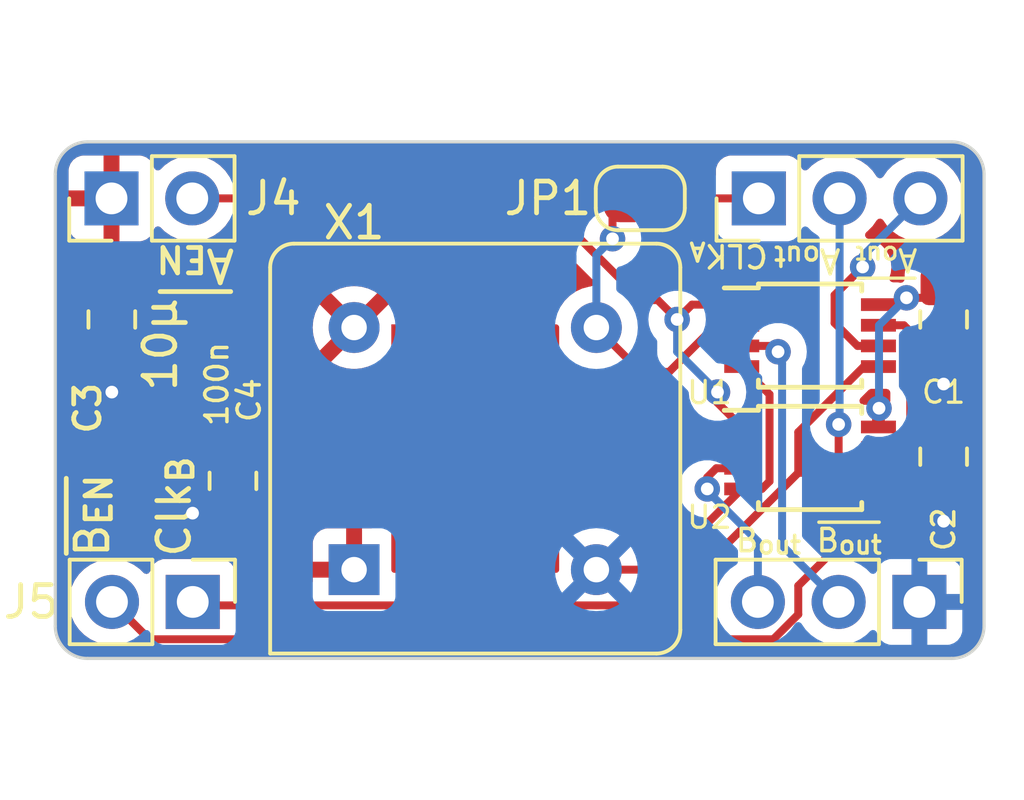
<source format=kicad_pcb>
(kicad_pcb (version 20221018) (generator pcbnew)
  (layers (0 "F.Cu" signal) (31 "B.Cu" signal) (34 "B.Paste" user) (35 "F.Paste" user) (36 "B.SilkS" user "B.Silkscreen") (37 "F.SilkS" user "F.Silkscreen") (38 "B.Mask" user) (39 "F.Mask" user) (44 "Edge.Cuts" user))
  (net 0 "")
  (net 1 "VCC")
  (net 2 "GND")
  (net 3 "/Clk_{A}")
  (net 4 "/A_{out}")
  (net 5 "/~{A_{out}}")
  (net 6 "/Clk_{B}")
  (net 7 "/B_{out}")
  (net 8 "/~{B_{out}}")
  (net 9 "Net-(JP1-B)")
  (net 10 "/Clk_{A}_Enable")
  (net 11 "/Clk_{B}_enable")
  (footprint "Package_SO:TSSOP-8_3x3mm_P0.65mm" (layer "F.Cu") (at 68.952 52.578)
    (fp_text reference "U1" (at -3.166 1.793) (layer "F.SilkS") (effects (font (size 0.7 0.7) (thickness 0.1))))
    (fp_text value "74LVC2G240")
    (fp_line (start -1.625 -1.625) (end -1.625 -1.5) (stroke (width 0.15)) (layer "F.SilkS"))
    (fp_line (start -1.625 -1.625) (end 1.625 -1.625) (stroke (width 0.15)) (layer "F.SilkS"))
    (fp_line (start -1.625 -1.5) (end -2.7 -1.5) (stroke (width 0.15)) (layer "F.SilkS"))
    (fp_line (start -1.625 1.625) (end -1.625 1.4) (stroke (width 0.15)) (layer "F.SilkS"))
    (fp_line (start -1.625 1.625) (end 1.625 1.625) (stroke (width 0.15)) (layer "F.SilkS"))
    (fp_line (start 1.625 -1.625) (end 1.625 -1.4) (stroke (width 0.15)) (layer "F.SilkS"))
    (fp_line (start 1.625 1.625) (end 1.625 1.4) (stroke (width 0.15)) (layer "F.SilkS"))
    (pad "1" smd rect (at -2.15 -0.975) (size 1.1 0.4) (layers "F.Cu" "F.Paste" "F.Mask") (net 10 "/Clk_{A}_Enable"))
    (pad "2" smd rect (at -2.15 -0.325) (size 1.1 0.4) (layers "F.Cu" "F.Paste" "F.Mask") (net 9 "Net-(JP1-B)"))
    (pad "3" smd rect (at -2.15 0.325) (size 1.1 0.4) (layers "F.Cu" "F.Paste" "F.Mask") (net 8 "/~{B_{out}}"))
    (pad "4" smd rect (at -2.15 0.975) (size 1.1 0.4) (layers "F.Cu" "F.Paste" "F.Mask") (net 2 "GND"))
    (pad "5" smd rect (at 2.15 0.975) (size 1.1 0.4) (layers "F.Cu" "F.Paste" "F.Mask") (net 6 "/Clk_{B}"))
    (pad "6" smd rect (at 2.15 0.325) (size 1.1 0.4) (layers "F.Cu" "F.Paste" "F.Mask") (net 5 "/~{A_{out}}"))
    (pad "7" smd rect (at 2.15 -0.325) (size 1.1 0.4) (layers "F.Cu" "F.Paste" "F.Mask") (net 11 "/Clk_{B}_enable"))
    (pad "8" smd rect (at 2.15 -0.975) (size 1.1 0.4) (layers "F.Cu" "F.Paste" "F.Mask") (net 1 "VCC"))
  )
  (footprint "Capacitor_SMD:C_0805_2012Metric_Pad1.18x1.45mm_HandSolder" (layer "F.Cu") (at 50.8 57.15 -90)
    (fp_text reference "C4" (at -2.54 -0.508 90) (layer "F.SilkS") (effects (font (size 0.7 0.7) (thickness 0.11))))
    (fp_text value "100n" (at -3.048 0.508 -90) (layer "F.SilkS") (effects (font (size 0.7 0.7) (thickness 0.11))))
    (fp_line (start -0.261252 -0.735) (end 0.261252 -0.735) (stroke (width 0.12)) (layer "F.SilkS"))
    (fp_line (start -0.261252 0.735) (end 0.261252 0.735) (stroke (width 0.12)) (layer "F.SilkS"))
    (pad "1" smd roundrect (at -1.0375 0 270) (size 1.175 1.45) (layers "F.Cu" "F.Paste" "F.Mask") (roundrect_rratio 0.212766) (net 1 "VCC"))
    (pad "2" smd roundrect (at 1.0375 0 270) (size 1.175 1.45) (layers "F.Cu" "F.Paste" "F.Mask") (roundrect_rratio 0.212766) (net 2 "GND"))
  )
  (footprint "Connector_PinHeader_2.54mm:PinHeader_1x03_P2.54mm_Vertical" (layer "F.Cu") (at 67.34 48.26 90)
    (fp_text reference "J3" hide)
    (fp_text value "Conn_01x03_Pin")
    (fp_line (start -1.33 -1.33) (end 0 -1.33) (stroke (width 0.12)) (layer "F.SilkS"))
    (fp_line (start -1.33 0) (end -1.33 -1.33) (stroke (width 0.12)) (layer "F.SilkS"))
    (fp_line (start -1.33 1.27) (end -1.33 6.41) (stroke (width 0.12)) (layer "F.SilkS"))
    (fp_line (start -1.33 1.27) (end 1.33 1.27) (stroke (width 0.12)) (layer "F.SilkS"))
    (fp_line (start -1.33 6.41) (end 1.33 6.41) (stroke (width 0.12)) (layer "F.SilkS"))
    (fp_line (start 1.33 1.27) (end 1.33 6.41) (stroke (width 0.12)) (layer "F.SilkS"))
    (pad "1" thru_hole rect (at 0 0 90) (size 1.7 1.7) (drill 1) (layers "*.Cu" "*.Mask") (net 3 "/Clk_{A}"))
    (pad "2" thru_hole oval (at 0 2.54 90) (size 1.7 1.7) (drill 1) (layers "*.Cu" "*.Mask") (net 4 "/A_{out}"))
    (pad "3" thru_hole oval (at 0 5.08 90) (size 1.7 1.7) (drill 1) (layers "*.Cu" "*.Mask") (net 5 "/~{A_{out}}"))
  )
  (footprint "Capacitor_SMD:C_0805_2012Metric_Pad1.18x1.45mm_HandSolder" (layer "F.Cu") (at 73.152 52.07 -90)
    (fp_text reference "C1" (at 2.286 0 180) (layer "F.SilkS") (effects (font (size 0.7 0.7) (thickness 0.1))))
    (fp_text value "100n")
    (fp_line (start -0.261252 -0.735) (end 0.261252 -0.735) (stroke (width 0.12)) (layer "F.SilkS"))
    (fp_line (start -0.261252 0.735) (end 0.261252 0.735) (stroke (width 0.12)) (layer "F.SilkS"))
    (pad "1" smd roundrect (at -1.0375 0 270) (size 1.175 1.45) (layers "F.Cu" "F.Paste" "F.Mask") (roundrect_rratio 0.212766) (net 1 "VCC"))
    (pad "2" smd roundrect (at 1.0375 0 270) (size 1.175 1.45) (layers "F.Cu" "F.Paste" "F.Mask") (roundrect_rratio 0.212766) (net 2 "GND"))
  )
  (footprint "Jumper:SolderJumper-2_P1.3mm_Open_RoundedPad1.0x1.5mm" (layer "F.Cu") (at 63.612 48.26 180)
    (fp_text reference "JP1" (at 2.906 0) (layer "F.SilkS"))
    (fp_text value "Jumper_2_Open")
    (fp_line (start -1.4 0.3) (end -1.4 -0.3) (stroke (width 0.12)) (layer "F.SilkS"))
    (fp_line (start -0.7 -1) (end 0.7 -1) (stroke (width 0.12)) (layer "F.SilkS"))
    (fp_line (start 0.7 1) (end -0.7 1) (stroke (width 0.12)) (layer "F.SilkS"))
    (fp_line (start 1.4 -0.3) (end 1.4 0.3) (stroke (width 0.12)) (layer "F.SilkS"))
    (fp_arc (start -1.4 -0.3) (mid -1.194975 -0.794975) (end -0.7 -1) (stroke (width 0.12)) (layer "F.SilkS"))
    (fp_arc (start -0.7 1) (mid -1.194975 0.794975) (end -1.4 0.3) (stroke (width 0.12)) (layer "F.SilkS"))
    (fp_arc (start 0.7 -1) (mid 1.194975 -0.794975) (end 1.4 -0.3) (stroke (width 0.12)) (layer "F.SilkS"))
    (fp_arc (start 1.4 0.3) (mid 1.194975 0.794975) (end 0.7 1) (stroke (width 0.12)) (layer "F.SilkS"))
    (pad "1" smd custom (at -0.65 0 180) (size 1 0.5) (layers "F.Cu" "F.Mask") (net 3 "/Clk_{A}") (options (clearance outline) (anchor rect)) (primitives (gr_circle (center 0 0.25) (end 0.5 0.25) (width 0) (fill yes)) (gr_circle (center 0 -0.25) (end 0.5 -0.25) (width 0) (fill yes)) (gr_poly (pts (xy 0.5 0.75) (xy 0 0.75) (xy 0 -0.75) (xy 0.5 -0.75)) (width 0) (fill yes))))
    (pad "2" smd custom (at 0.65 0 180) (size 1 0.5) (layers "F.Cu" "F.Mask") (net 9 "Net-(JP1-B)") (options (clearance outline) (anchor rect)) (primitives (gr_circle (center 0 0.25) (end 0.5 0.25) (width 0) (fill yes)) (gr_circle (center 0 -0.25) (end 0.5 -0.25) (width 0) (fill yes)) (gr_poly (pts (xy 0 0.75) (xy -0.5 0.75) (xy -0.5 -0.75) (xy 0 -0.75)) (width 0) (fill yes))))
  )
  (footprint "Connector_PinHeader_2.54mm:PinHeader_1x02_P2.54mm_Vertical" (layer "F.Cu") (at 49.535 60.96 -90)
    (fp_text reference "J5" (at 0 5.08) (layer "F.SilkS"))
    (fp_text value "Conn_01x02_Pin")
    (fp_line (start -1.33 -1.33) (end 0 -1.33) (stroke (width 0.12)) (layer "F.SilkS"))
    (fp_line (start -1.33 0) (end -1.33 -1.33) (stroke (width 0.12)) (layer "F.SilkS"))
    (fp_line (start -1.33 1.27) (end -1.33 3.87) (stroke (width 0.12)) (layer "F.SilkS"))
    (fp_line (start -1.33 1.27) (end 1.33 1.27) (stroke (width 0.12)) (layer "F.SilkS"))
    (fp_line (start -1.33 3.87) (end 1.33 3.87) (stroke (width 0.12)) (layer "F.SilkS"))
    (fp_line (start 1.33 1.27) (end 1.33 3.87) (stroke (width 0.12)) (layer "F.SilkS"))
    (pad "1" thru_hole rect (at 0 0 270) (size 1.7 1.7) (drill 1) (layers "*.Cu" "*.Mask") (net 6 "/Clk_{B}"))
    (pad "2" thru_hole oval (at 0 2.54 270) (size 1.7 1.7) (drill 1) (layers "*.Cu" "*.Mask") (net 11 "/Clk_{B}_enable"))
  )
  (footprint "Capacitor_SMD:C_0805_2012Metric_Pad1.18x1.45mm_HandSolder" (layer "F.Cu") (at 73.152 56.388 90)
    (fp_text reference "C2" (at -2.286 0 90) (layer "F.SilkS") (effects (font (size 0.7 0.7) (thickness 0.11))))
    (fp_text value "100n")
    (fp_line (start -0.261252 -0.735) (end 0.261252 -0.735) (stroke (width 0.12)) (layer "F.SilkS"))
    (fp_line (start -0.261252 0.735) (end 0.261252 0.735) (stroke (width 0.12)) (layer "F.SilkS"))
    (pad "1" smd roundrect (at -1.0375 0 90) (size 1.175 1.45) (layers "F.Cu" "F.Paste" "F.Mask") (roundrect_rratio 0.212766) (net 2 "GND"))
    (pad "2" smd roundrect (at 1.0375 0 90) (size 1.175 1.45) (layers "F.Cu" "F.Paste" "F.Mask") (roundrect_rratio 0.212766) (net 1 "VCC"))
  )
  (footprint "Package_SO:TSSOP-8_3x3mm_P0.65mm" (layer "F.Cu") (at 68.952 56.429)
    (fp_text reference "U2" (at -3.166 1.864 180) (layer "F.SilkS") (effects (font (size 0.7 0.7) (thickness 0.1) bold)))
    (fp_text value "74LVC2G125")
    (fp_line (start -1.625 -1.625) (end -1.625 -1.5) (stroke (width 0.15)) (layer "F.SilkS"))
    (fp_line (start -1.625 -1.625) (end 1.625 -1.625) (stroke (width 0.15)) (layer "F.SilkS"))
    (fp_line (start -1.625 -1.5) (end -2.7 -1.5) (stroke (width 0.15)) (layer "F.SilkS"))
    (fp_line (start -1.625 1.625) (end -1.625 1.4) (stroke (width 0.15)) (layer "F.SilkS"))
    (fp_line (start -1.625 1.625) (end 1.625 1.625) (stroke (width 0.15)) (layer "F.SilkS"))
    (fp_line (start 1.625 -1.625) (end 1.625 -1.4) (stroke (width 0.15)) (layer "F.SilkS"))
    (fp_line (start 1.625 1.625) (end 1.625 1.4) (stroke (width 0.15)) (layer "F.SilkS"))
    (pad "1" smd rect (at -2.15 -0.975) (size 1.1 0.4) (layers "F.Cu" "F.Paste" "F.Mask") (net 10 "/Clk_{A}_Enable"))
    (pad "2" smd rect (at -2.15 -0.325) (size 1.1 0.4) (layers "F.Cu" "F.Paste" "F.Mask") (net 9 "Net-(JP1-B)"))
    (pad "3" smd rect (at -2.15 0.325) (size 1.1 0.4) (layers "F.Cu" "F.Paste" "F.Mask") (net 7 "/B_{out}"))
    (pad "4" smd rect (at -2.15 0.975) (size 1.1 0.4) (layers "F.Cu" "F.Paste" "F.Mask") (net 2 "GND"))
    (pad "5" smd rect (at 2.15 0.975) (size 1.1 0.4) (layers "F.Cu" "F.Paste" "F.Mask") (net 6 "/Clk_{B}"))
    (pad "6" smd rect (at 2.15 0.325) (size 1.1 0.4) (layers "F.Cu" "F.Paste" "F.Mask") (net 4 "/A_{out}"))
    (pad "7" smd rect (at 2.15 -0.325) (size 1.1 0.4) (layers "F.Cu" "F.Paste" "F.Mask") (net 11 "/Clk_{B}_enable"))
    (pad "8" smd rect (at 2.15 -0.975) (size 1.1 0.4) (layers "F.Cu" "F.Paste" "F.Mask") (net 1 "VCC"))
  )
  (footprint "Oscillator:Oscillator_DIP-8" (layer "F.Cu") (at 54.61 59.944)
    (fp_text reference "X1" (at 0 -10.922) (layer "F.SilkS"))
    (fp_text value "CXO_DIP8")
    (fp_line (start -2.64 -9.51) (end -2.64 2.64) (stroke (width 0.12)) (layer "F.SilkS"))
    (fp_line (start -2.64 2.64) (end 9.51 2.64) (stroke (width 0.12)) (layer "F.SilkS"))
    (fp_line (start 9.51 -10.26) (end -1.89 -10.26) (stroke (width 0.12)) (layer "F.SilkS"))
    (fp_line (start 10.26 1.89) (end 10.26 -9.51) (stroke (width 0.12)) (layer "F.SilkS"))
    (fp_arc (start -2.64 -9.51) (mid -2.42033 -10.04033) (end -1.89 -10.26) (stroke (width 0.12)) (layer "F.SilkS"))
    (fp_arc (start 9.51 -10.26) (mid 10.04033 -10.04033) (end 10.26 -9.51) (stroke (width 0.12)) (layer "F.SilkS"))
    (fp_arc (start 10.26 1.89) (mid 10.04033 2.42033) (end 9.51 2.64) (stroke (width 0.12)) (layer "F.SilkS"))
    (pad "1" thru_hole rect (at 0 0) (size 1.6 1.6) (drill 0.8) (layers "*.Cu" "*.Mask") (net 1 "VCC"))
    (pad "4" thru_hole circle (at 7.62 0) (size 1.6 1.6) (drill 0.8) (layers "*.Cu" "*.Mask") (net 2 "GND"))
    (pad "5" thru_hole circle (at 7.62 -7.62) (size 1.6 1.6) (drill 0.8) (layers "*.Cu" "*.Mask") (net 9 "Net-(JP1-B)"))
    (pad "8" thru_hole circle (at 0 -7.62) (size 1.6 1.6) (drill 0.8) (layers "*.Cu" "*.Mask") (net 1 "VCC"))
  )
  (footprint "Connector_PinHeader_2.54mm:PinHeader_1x03_P2.54mm_Vertical" (layer "F.Cu") (at 72.39 60.96 -90)
    (fp_text reference "J6" hide)
    (fp_text value "Conn_01x03_Pin")
    (fp_line (start -1.33 -1.33) (end 0 -1.33) (stroke (width 0.12)) (layer "F.SilkS"))
    (fp_line (start -1.33 0) (end -1.33 -1.33) (stroke (width 0.12)) (layer "F.SilkS"))
    (fp_line (start -1.33 1.27) (end -1.33 6.41) (stroke (width 0.12)) (layer "F.SilkS"))
    (fp_line (start -1.33 1.27) (end 1.33 1.27) (stroke (width 0.12)) (layer "F.SilkS"))
    (fp_line (start -1.33 6.41) (end 1.33 6.41) (stroke (width 0.12)) (layer "F.SilkS"))
    (fp_line (start 1.33 1.27) (end 1.33 6.41) (stroke (width 0.12)) (layer "F.SilkS"))
    (pad "1" thru_hole rect (at 0 0 270) (size 1.7 1.7) (drill 1) (layers "*.Cu" "*.Mask") (net 2 "GND"))
    (pad "2" thru_hole oval (at 0 2.54 270) (size 1.7 1.7) (drill 1) (layers "*.Cu" "*.Mask") (net 8 "/~{B_{out}}"))
    (pad "3" thru_hole oval (at 0 5.08 270) (size 1.7 1.7) (drill 1) (layers "*.Cu" "*.Mask") (net 7 "/B_{out}"))
  )
  (footprint "Capacitor_SMD:C_0805_2012Metric_Pad1.18x1.45mm_HandSolder" (layer "F.Cu") (at 46.99 52.07 -90)
    (fp_text reference "C3" (at 2.794 0.762 90) (layer "F.SilkS") (effects (font (size 0.8 0.8))))
    (fp_text value "10µ" (at 0.762 -1.524 90) (layer "F.SilkS"))
    (fp_line (start -0.261252 -0.735) (end 0.261252 -0.735) (stroke (width 0.12)) (layer "F.SilkS"))
    (fp_line (start -0.261252 0.735) (end 0.261252 0.735) (stroke (width 0.12)) (layer "F.SilkS"))
    (pad "1" smd roundrect (at -1.0375 0 270) (size 1.175 1.45) (layers "F.Cu" "F.Paste" "F.Mask") (roundrect_rratio 0.212766) (net 1 "VCC"))
    (pad "2" smd roundrect (at 1.0375 0 270) (size 1.175 1.45) (layers "F.Cu" "F.Paste" "F.Mask") (roundrect_rratio 0.212766) (net 2 "GND"))
  )
  (footprint "Connector_PinHeader_2.54mm:PinHeader_1x02_P2.54mm_Vertical" (layer "F.Cu") (at 46.98 48.26 90)
    (fp_text reference "J4" (at 0 5.09 180) (layer "F.SilkS"))
    (fp_text value "Conn_01x02_Pin")
    (fp_line (start -1.33 -1.33) (end 0 -1.33) (stroke (width 0.12)) (layer "F.SilkS"))
    (fp_line (start -1.33 0) (end -1.33 -1.33) (stroke (width 0.12)) (layer "F.SilkS"))
    (fp_line (start -1.33 1.27) (end -1.33 3.87) (stroke (width 0.12)) (layer "F.SilkS"))
    (fp_line (start -1.33 1.27) (end 1.33 1.27) (stroke (width 0.12)) (layer "F.SilkS"))
    (fp_line (start -1.33 3.87) (end 1.33 3.87) (stroke (width 0.12)) (layer "F.SilkS"))
    (fp_line (start 1.33 1.27) (end 1.33 3.87) (stroke (width 0.12)) (layer "F.SilkS"))
    (pad "1" thru_hole rect (at 0 0 90) (size 1.7 1.7) (drill 1) (layers "*.Cu" "*.Mask") (net 1 "VCC"))
    (pad "2" thru_hole oval (at 0 2.54 90) (size 1.7 1.7) (drill 1) (layers "*.Cu" "*.Mask") (net 10 "/Clk_{A}_Enable"))
  )
  (gr_rect (start 55.88 52.324) (end 60.96 59.944) (stroke (width 0.2)) (fill none) (layer "F.Cu"))
  (gr_arc (start 74.422 61.722) (mid 74.12442 62.44042) (end 73.406 62.738) (stroke (width 0.1)) (layer "Edge.Cuts"))
  (gr_line (start 46.228 46.482) (end 73.406 46.482) (stroke (width 0.1)) (layer "Edge.Cuts"))
  (gr_line (start 45.212 61.722) (end 45.212 47.498) (stroke (width 0.1)) (layer "Edge.Cuts"))
  (gr_line (start 74.422 47.498) (end 74.422 61.722) (stroke (width 0.1)) (layer "Edge.Cuts"))
  (gr_line (start 73.406 62.738) (end 46.228 62.738) (stroke (width 0.1)) (layer "Edge.Cuts"))
  (gr_arc (start 45.212 47.498) (mid 45.50958 46.77958) (end 46.228 46.482) (stroke (width 0.1)) (layer "Edge.Cuts"))
  (gr_arc (start 46.228 62.738) (mid 45.50958 62.44042) (end 45.212 61.722) (stroke (width 0.1)) (layer "Edge.Cuts"))
  (gr_arc (start 73.406 46.482) (mid 74.12442 46.77958) (end 74.422 47.498) (stroke (width 0.1)) (layer "Edge.Cuts"))
  (gr_text "~{B_{EN}}" (at 46.965 59.63 90) (layer "F.SilkS") (effects (font (size 1 1)) (justify left bottom)))
  (gr_text "Clk_{B}" (at 49.535 59.63 90) (layer "F.SilkS") (effects (font (size 1 1)) (justify left bottom)))
  (gr_text "~{A_{EN}}" (at 50.927 49.784 180) (layer "F.SilkS") (effects (font (size 1 1)) (justify left bottom)))
  (gr_text "B_{out}" (at 66.548 59.436) (layer "F.SilkS") (effects (font (size 0.7 0.7) (thickness 0.11)) (justify left bottom)))
  (gr_text "A_{out}" (at 69.977 49.784 180) (layer "F.SilkS") (effects (font (size 0.75 0.75) (thickness 0.11)) (justify left bottom)))
  (gr_text "~{A_{out}}" (at 72.39 49.784 180) (layer "F.SilkS") (effects (font (size 0.7 0.7) (thickness 0.1) bold) (justify left bottom)))
  (gr_text "CLK_{A}" (at 67.691 49.657 180) (layer "F.SilkS") (effects (font (size 0.7 0.7) (thickness 0.11)) (justify left bottom)))
  (gr_text "~{B_{out}}" (at 69.088 59.436) (layer "F.SilkS") (effects (font (size 0.7 0.7) (thickness 0.11)) (justify left bottom)))
  (segment (start 74.202 54.3005) (end 74.202 52.0825) (width 0.25) (layer "F.Cu") (net 1))
  (segment (start 71.102 54.882) (end 71.12 54.864) (width 0.25) (layer "F.Cu") (net 1))
  (segment (start 71.102 55.454) (end 71.102 54.882) (width 0.25) (layer "F.Cu") (net 1))
  (segment (start 73.152 55.3505) (end 74.202 54.3005) (width 0.25) (layer "F.Cu") (net 1))
  (segment (start 74.202 52.0825) (end 73.152 51.0325) (width 0.25) (layer "F.Cu") (net 1))
  (segment (start 72.795455 51.389045) (end 73.152 51.0325) (width 0.25) (layer "F.Cu") (net 1))
  (segment (start 71.983688 51.389045) (end 72.795455 51.389045) (width 0.25) (layer "F.Cu") (net 1))
  (via (at 71.12 54.864) (size 0.8) (drill 0.4) (layers "F.Cu" "B.Cu") (net 1))
  (via (at 71.983688 51.389045) (size 0.8) (drill 0.4) (layers "F.Cu" "B.Cu") (net 1))
  (segment (start 71.12 54.864) (end 71.12 52.252733) (width 0.25) (layer "B.Cu") (net 1))
  (segment (start 71.12 52.252733) (end 71.983688 51.389045) (width 0.25) (layer "B.Cu") (net 1))
  (segment (start 67.677 54.428) (end 66.802 53.553) (width 0.25) (layer "F.Cu") (net 2))
  (segment (start 46.99 53.1075) (end 46.99 54.356) (width 0.25) (layer "F.Cu") (net 2))
  (segment (start 64.262 59.944) (end 62.23 59.944) (width 0.25) (layer "F.Cu") (net 2))
  (segment (start 66.802 57.404) (end 64.262 59.944) (width 0.25) (layer "F.Cu") (net 2))
  (segment (start 73.152 57.4255) (end 73.152 58.42) (width 0.25) (layer "F.Cu") (net 2))
  (segment (start 67.677 57.162604) (end 67.677 54.428) (width 0.25) (layer "F.Cu") (net 2))
  (segment (start 73.152 53.1075) (end 73.152 54.102) (width 0.25) (layer "F.Cu") (net 2))
  (segment (start 49.5515 58.1875) (end 49.53 58.166) (width 0.25) (layer "F.Cu") (net 2))
  (segment (start 50.8 58.1875) (end 49.5515 58.1875) (width 0.25) (layer "F.Cu") (net 2))
  (segment (start 66.802 57.404) (end 67.435604 57.404) (width 0.25) (layer "F.Cu") (net 2))
  (segment (start 67.435604 57.404) (end 67.677 57.162604) (width 0.25) (layer "F.Cu") (net 2))
  (via (at 46.99 54.356) (size 0.8) (drill 0.4) (layers "F.Cu" "B.Cu") (net 2))
  (via (at 73.152 54.102) (size 0.8) (drill 0.4) (layers "F.Cu" "B.Cu") (net 2))
  (via (at 73.152 58.42) (size 0.8) (drill 0.4) (layers "F.Cu" "B.Cu") (net 2))
  (via (at 49.53 58.166) (size 0.8) (drill 0.4) (layers "F.Cu" "B.Cu") (net 2))
  (segment (start 64.262 48.26) (end 67.34 48.26) (width 0.25) (layer "F.Cu") (net 3))
  (segment (start 70.302 56.754) (end 71.102 56.754) (width 0.25) (layer "F.Cu") (net 4))
  (segment (start 69.85 55.372) (end 69.85 56.302) (width 0.25) (layer "F.Cu") (net 4))
  (segment (start 69.85 56.302) (end 70.302 56.754) (width 0.25) (layer "F.Cu") (net 4))
  (via (at 69.85 55.372) (size 0.8) (drill 0.4) (layers "F.Cu" "B.Cu") (net 4))
  (segment (start 69.88 48.26) (end 69.88 55.342) (width 0.25) (layer "B.Cu") (net 4))
  (segment (start 69.88 55.342) (end 69.85 55.372) (width 0.25) (layer "B.Cu") (net 4))
  (segment (start 69.723 51.3005) (end 69.723 52.182) (width 0.25) (layer "F.Cu") (net 5))
  (segment (start 69.723 52.182) (end 70.444 52.903) (width 0.25) (layer "F.Cu") (net 5))
  (segment (start 70.444 52.903) (end 71.102 52.903) (width 0.25) (layer "F.Cu") (net 5))
  (segment (start 70.6045 50.419) (end 69.723 51.3005) (width 0.25) (layer "F.Cu") (net 5))
  (via (at 70.6045 50.419) (size 0.8) (drill 0.4) (layers "F.Cu" "B.Cu") (net 5))
  (segment (start 72.42 48.26) (end 70.6045 50.0755) (width 0.25) (layer "B.Cu") (net 5))
  (segment (start 70.6045 50.0755) (end 70.6045 50.419) (width 0.25) (layer "B.Cu") (net 5))
  (segment (start 70.643695 53.553) (end 71.102 53.553) (width 0.25) (layer "F.Cu") (net 6))
  (segment (start 68.58 56.896) (end 68.58 55.616695) (width 0.25) (layer "F.Cu") (net 6))
  (segment (start 49.644 61.069) (end 64.407 61.069) (width 0.25) (layer "F.Cu") (net 6))
  (segment (start 68.58 55.616695) (end 70.643695 53.553) (width 0.25) (layer "F.Cu") (net 6))
  (segment (start 68.58 56.896) (end 69.342 56.896) (width 0.25) (layer "F.Cu") (net 6))
  (segment (start 69.85 57.404) (end 71.102 57.404) (width 0.25) (layer "F.Cu") (net 6))
  (segment (start 64.407 61.069) (end 68.58 56.896) (width 0.25) (layer "F.Cu") (net 6))
  (segment (start 69.342 56.896) (end 69.85 57.404) (width 0.25) (layer "F.Cu") (net 6))
  (segment (start 49.535 60.96) (end 49.644 61.069) (width 0.25) (layer "F.Cu") (net 6))
  (segment (start 65.717911 57.404) (end 65.717911 57.038089) (width 0.25) (layer "F.Cu") (net 7))
  (segment (start 66.002 56.754) (end 66.802 56.754) (width 0.25) (layer "F.Cu") (net 7))
  (segment (start 65.717911 57.038089) (end 66.002 56.754) (width 0.25) (layer "F.Cu") (net 7))
  (segment (start 66.785521 56.770479) (end 66.802 56.754) (width 0.25) (layer "F.Cu") (net 7))
  (via (at 65.717911 57.404) (size 0.8) (drill 0.4) (layers "F.Cu" "B.Cu") (net 7))
  (segment (start 65.717911 57.404) (end 65.717911 57.462911) (width 0.25) (layer "B.Cu") (net 7))
  (segment (start 65.717911 57.462911) (end 67.31 59.055) (width 0.25) (layer "B.Cu") (net 7))
  (segment (start 67.31 59.055) (end 67.31 60.96) (width 0.25) (layer "B.Cu") (net 7))
  (segment (start 67.762 52.903) (end 66.802 52.903) (width 0.25) (layer "F.Cu") (net 8))
  (segment (start 67.945 53.086) (end 67.762 52.903) (width 0.25) (layer "F.Cu") (net 8))
  (via (at 67.945 53.086) (size 0.8) (drill 0.4) (layers "F.Cu" "B.Cu") (net 8))
  (segment (start 68.072 53.213) (end 67.945 53.086) (width 0.25) (layer "B.Cu") (net 8))
  (segment (start 68.072 53.467) (end 68.072 53.213) (width 0.25) (layer "B.Cu") (net 8))
  (segment (start 69.85 60.96) (end 68.072 59.182) (width 0.25) (layer "B.Cu") (net 8))
  (segment (start 68.072 59.182) (end 68.072 53.467) (width 0.25) (layer "B.Cu") (net 8))
  (segment (start 64.77 54.864) (end 64.0715 54.1655) (width 0.25) (layer "F.Cu") (net 9))
  (segment (start 62.738 48.484) (end 62.962 48.26) (width 0.25) (layer "F.Cu") (net 9))
  (segment (start 66.802 56.104) (end 66.002 56.104) (width 0.25) (layer "F.Cu") (net 9))
  (segment (start 66.002 56.104) (end 64.77 54.872) (width 0.25) (layer "F.Cu") (net 9))
  (segment (start 63.627 53.721) (end 62.23 52.324) (width 0.25) (layer "F.Cu") (net 9))
  (segment (start 65.984 52.253) (end 64.516 53.721) (width 0.25) (layer "F.Cu") (net 9))
  (segment (start 64.516 53.721) (end 63.627 53.721) (width 0.25) (layer "F.Cu") (net 9))
  (segment (start 62.738 49.53) (end 62.738 48.484) (width 0.25) (layer "F.Cu") (net 9))
  (segment (start 64.77 54.872) (end 64.77 54.864) (width 0.25) (layer "F.Cu") (net 9))
  (segment (start 66.802 52.253) (end 65.984 52.253) (width 0.25) (layer "F.Cu") (net 9))
  (segment (start 64.0715 54.1655) (end 63.627 53.721) (width 0.25) (layer "F.Cu") (net 9))
  (via (at 62.738 49.53) (size 0.8) (drill 0.4) (layers "F.Cu" "B.Cu") (net 9))
  (segment (start 62.23 50.038) (end 62.738 49.53) (width 0.25) (layer "B.Cu") (net 9))
  (segment (start 62.23 52.324) (end 62.23 50.038) (width 0.25) (layer "B.Cu") (net 9))
  (segment (start 66.04 54.356) (end 66.04 54.692) (width 0.25) (layer "F.Cu") (net 10))
  (segment (start 61.468 49.276) (end 61.468 49.285305) (width 0.25) (layer "F.Cu") (net 10))
  (segment (start 61.468 49.285305) (end 63.643695 51.461) (width 0.25) (layer "F.Cu") (net 10))
  (segment (start 60.452 48.26) (end 61.468 49.276) (width 0.25) (layer "F.Cu") (net 10))
  (segment (start 64.77 52.07) (end 65.237 51.603) (width 0.25) (layer "F.Cu") (net 10))
  (segment (start 63.643695 51.461) (end 64.161 51.461) (width 0.25) (layer "F.Cu") (net 10))
  (segment (start 65.237 51.603) (end 66.802 51.603) (width 0.25) (layer "F.Cu") (net 10))
  (segment (start 66.04 54.692) (end 66.802 55.454) (width 0.25) (layer "F.Cu") (net 10))
  (segment (start 64.161 51.461) (end 64.77 52.07) (width 0.25) (layer "F.Cu") (net 10))
  (segment (start 49.52 48.26) (end 60.452 48.26) (width 0.25) (layer "F.Cu") (net 10))
  (via (at 64.77 52.07) (size 0.8) (drill 0.4) (layers "F.Cu" "B.Cu") (net 10))
  (via (at 66.04 54.356) (size 0.8) (drill 0.4) (layers "F.Cu" "B.Cu") (net 10))
  (segment (start 64.77 53.086) (end 66.04 54.356) (width 0.25) (layer "B.Cu") (net 10))
  (segment (start 64.77 52.07) (end 64.77 53.086) (width 0.25) (layer "B.Cu") (net 10))
  (segment (start 46.995 60.96) (end 48.17 62.135) (width 0.25) (layer "F.Cu") (net 11))
  (segment (start 71.977 57.929) (end 72.102 57.804) (width 0.25) (layer "F.Cu") (net 11))
  (segment (start 67.796701 62.135) (end 68.58 61.351701) (width 0.25) (layer "F.Cu") (net 11))
  (segment (start 68.58 60.452) (end 71.103 57.929) (width 0.25) (layer "F.Cu") (net 11))
  (segment (start 72.102 56.304) (end 71.902 56.104) (width 0.25) (layer "F.Cu") (net 11))
  (segment (start 72.102 52.453) (end 71.902 52.253) (width 0.25) (layer "F.Cu") (net 11))
  (segment (start 71.902 56.104) (end 72.102 55.904) (width 0.25) (layer "F.Cu") (net 11))
  (segment (start 72.102 55.904) (end 72.102 52.453) (width 0.25) (layer "F.Cu") (net 11))
  (segment (start 71.103 57.929) (end 71.977 57.929) (width 0.25) (layer "F.Cu") (net 11))
  (segment (start 68.58 61.351701) (end 68.58 60.452) (width 0.25) (layer "F.Cu") (net 11))
  (segment (start 72.102 57.804) (end 72.102 56.304) (width 0.25) (layer "F.Cu") (net 11))
  (segment (start 48.17 62.135) (end 67.796701 62.135) (width 0.25) (layer "F.Cu") (net 11))
  (segment (start 71.102 56.104) (end 71.902 56.104) (width 0.25) (layer "F.Cu") (net 11))
  (segment (start 71.902 52.253) (end 71.102 52.253) (width 0.25) (layer "F.Cu") (net 11))
  (zone (net 1) (net_name "VCC") (layer "F.Cu") (connect_pads (clearance 0.5)) (min_thickness 0.25) (fill yes (thermal_gap 0.5) (thermal_bridge_width 0.5))
    (polygon (pts (xy 45.212 64.008) (xy 45.212 45.212) (xy 74.422 45.212) (xy 74.422 64.008)))
  )
  (zone (net 2) (net_name "GND") (layer "B.Cu") (priority 1) (connect_pads (clearance 0.5)) (min_thickness 0.25) (fill yes (thermal_gap 0.5) (thermal_bridge_width 0.5))
    (polygon (pts (xy 45.212 64.008) (xy 45.212 45.212) (xy 74.422 45.212) (xy 74.422 64.008)))
  )
)
</source>
